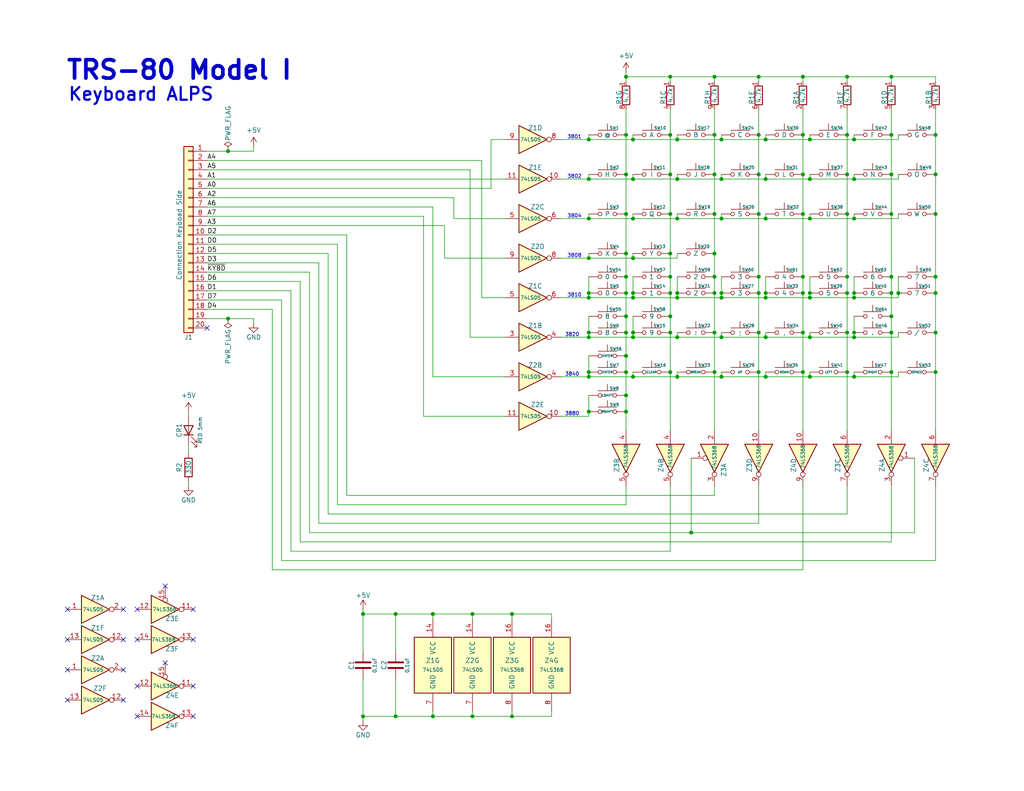
<source format=kicad_sch>
(kicad_sch (version 20230121) (generator eeschema)
  (paper "USLetter")
  (title_block (title "TRS-80 Model I Keyboard ALPS") (date "2024-01-21") (rev "E1B") (company "RetroStack - Marcel Erz") (comment 4 "Complete Keyboard"))
  (junction (at 219.075 36.83))
  (junction (at 196.85 38.1))
  (junction (at 182.88 80.01))
  (junction (at 160.655 38.1))
  (junction (at 220.98 59.69))
  (junction (at 196.85 102.87))
  (junction (at 182.88 101.6))
  (junction (at 255.27 80.01))
  (junction (at 243.205 101.6))
  (junction (at 231.14 20.955))
  (junction (at 231.14 101.6))
  (junction (at 188.595 145.415))
  (junction (at 172.72 59.69))
  (junction (at 194.945 47.625))
  (junction (at 184.785 38.1))
  (junction (at 170.815 58.42))
  (junction (at 207.01 80.01))
  (junction (at 170.815 20.955))
  (junction (at 233.045 48.895))
  (junction (at 231.14 58.42))
  (junction (at 231.14 47.625))
  (junction (at 219.075 101.6))
  (junction (at 243.205 75.565))
  (junction (at 255.27 90.805))
  (junction (at 255.27 47.625))
  (junction (at 99.06 195.58))
  (junction (at 99.06 167.64))
  (junction (at 172.72 81.28))
  (junction (at 170.815 75.565))
  (junction (at 128.905 195.58))
  (junction (at 118.11 167.64))
  (junction (at 233.045 38.1))
  (junction (at 62.23 86.995))
  (junction (at 219.075 80.01))
  (junction (at 194.945 101.6))
  (junction (at 208.915 92.075))
  (junction (at 160.655 70.485))
  (junction (at 196.85 59.69))
  (junction (at 255.27 36.83))
  (junction (at 172.72 90.805))
  (junction (at 184.785 92.075))
  (junction (at 160.655 92.075))
  (junction (at 172.72 70.485))
  (junction (at 243.205 86.36))
  (junction (at 220.98 80.01))
  (junction (at 184.785 59.69))
  (junction (at 160.655 80.01))
  (junction (at 208.915 48.895))
  (junction (at 62.23 41.275))
  (junction (at 194.945 20.955))
  (junction (at 170.815 69.215))
  (junction (at 139.7 167.64))
  (junction (at 194.945 80.01))
  (junction (at 233.045 102.87))
  (junction (at 243.205 36.83))
  (junction (at 172.72 92.075))
  (junction (at 196.85 48.895))
  (junction (at 184.785 81.28))
  (junction (at 207.01 101.6))
  (junction (at 170.815 112.395))
  (junction (at 182.88 47.625))
  (junction (at 207.01 20.955))
  (junction (at 208.915 81.28))
  (junction (at 233.045 80.01))
  (junction (at 182.88 90.805))
  (junction (at 231.14 36.83))
  (junction (at 196.85 81.28))
  (junction (at 194.945 69.215))
  (junction (at 182.88 86.36))
  (junction (at 184.785 102.87))
  (junction (at 107.95 195.58))
  (junction (at 118.11 195.58))
  (junction (at 255.27 101.6))
  (junction (at 160.655 102.87))
  (junction (at 220.98 48.895))
  (junction (at 172.72 80.01))
  (junction (at 182.88 36.83))
  (junction (at 208.915 38.1))
  (junction (at 255.27 75.565))
  (junction (at 208.915 80.01))
  (junction (at 208.915 59.69))
  (junction (at 160.655 112.395))
  (junction (at 207.01 47.625))
  (junction (at 170.815 97.155))
  (junction (at 243.205 90.805))
  (junction (at 243.205 47.625))
  (junction (at 160.655 81.28))
  (junction (at 196.85 80.01))
  (junction (at 219.075 58.42))
  (junction (at 219.075 90.805))
  (junction (at 172.72 48.895))
  (junction (at 220.98 81.28))
  (junction (at 243.205 20.955))
  (junction (at 128.905 167.64))
  (junction (at 245.11 80.01))
  (junction (at 139.7 195.58))
  (junction (at 220.98 38.1))
  (junction (at 170.815 107.95))
  (junction (at 170.815 36.83))
  (junction (at 219.075 47.625))
  (junction (at 107.95 167.64))
  (junction (at 170.815 90.805))
  (junction (at 182.88 58.42))
  (junction (at 170.815 101.6))
  (junction (at 170.815 47.625))
  (junction (at 207.01 75.565))
  (junction (at 160.655 101.6))
  (junction (at 207.01 36.83))
  (junction (at 182.88 69.215))
  (junction (at 255.27 58.42))
  (junction (at 172.72 102.87))
  (junction (at 194.945 75.565))
  (junction (at 170.815 80.01))
  (junction (at 160.655 59.69))
  (junction (at 220.98 92.075))
  (junction (at 243.205 80.01))
  (junction (at 233.045 59.69))
  (junction (at 208.915 102.87))
  (junction (at 207.01 90.805))
  (junction (at 160.655 48.895))
  (junction (at 182.88 75.565))
  (junction (at 233.045 81.28))
  (junction (at 194.945 58.42))
  (junction (at 172.72 38.1))
  (junction (at 170.815 86.36))
  (junction (at 233.045 92.075))
  (junction (at 233.045 90.805))
  (junction (at 160.655 90.805))
  (junction (at 220.98 102.87))
  (junction (at 231.14 75.565))
  (junction (at 184.785 80.01))
  (junction (at 243.205 58.42))
  (junction (at 207.01 58.42))
  (junction (at 219.075 20.955))
  (junction (at 231.14 80.01))
  (junction (at 231.14 90.805))
  (junction (at 194.945 36.83))
  (junction (at 196.85 92.075))
  (junction (at 184.785 48.895))
  (junction (at 219.075 75.565))
  (junction (at 182.88 20.955))
  (junction (at 194.945 90.805))
  (no_connect (at 52.705 195.58))
  (no_connect (at 56.515 89.535))
  (no_connect (at 45.085 180.975))
  (no_connect (at 33.655 166.37))
  (no_connect (at 37.465 195.58))
  (no_connect (at 18.415 174.625))
  (no_connect (at 52.705 187.325))
  (no_connect (at 52.705 174.625))
  (no_connect (at 52.705 166.37))
  (no_connect (at 33.655 174.625))
  (no_connect (at 33.655 191.135))
  (no_connect (at 18.415 191.135))
  (no_connect (at 18.415 166.37))
  (no_connect (at 37.465 174.625))
  (no_connect (at 18.415 182.88))
  (no_connect (at 45.085 160.02))
  (no_connect (at 33.655 182.88))
  (no_connect (at 37.465 187.325))
  (no_connect (at 37.465 166.37))
  (wire (pts (xy 56.515 56.515) (xy 118.11 56.515)))
  (wire (pts (xy 81.915 76.835) (xy 81.915 147.955)))
  (wire (pts (xy 243.205 101.6) (xy 243.205 117.475)))
  (wire (pts (xy 89.535 69.215) (xy 89.535 140.335)))
  (wire (pts (xy 219.075 101.6) (xy 219.075 117.475)))
  (wire (pts (xy 76.835 81.915) (xy 76.835 153.035)))
  (wire (pts (xy 160.655 47.625) (xy 160.655 48.895)))
  (wire (pts (xy 172.72 102.87) (xy 184.785 102.87)))
  (wire (pts (xy 243.205 132.715) (xy 243.205 147.955)))
  (wire (pts (xy 118.11 194.31) (xy 118.11 195.58)))
  (wire (pts (xy 86.995 142.875) (xy 207.01 142.875)))
  (wire (pts (xy 79.375 79.375) (xy 79.375 150.495)))
  (wire (pts (xy 219.075 22.225) (xy 219.075 20.955)))
  (wire (pts (xy 160.655 86.36) (xy 160.655 90.805)))
  (wire (pts (xy 231.14 47.625) (xy 231.14 58.42)))
  (wire (pts (xy 196.85 59.69) (xy 208.915 59.69)))
  (wire (pts (xy 196.85 92.075) (xy 208.915 92.075)))
  (wire (pts (xy 74.295 84.455) (xy 74.295 155.575)))
  (wire (pts (xy 184.785 102.87) (xy 196.85 102.87)))
  (wire (pts (xy 56.515 51.435) (xy 133.985 51.435)))
  (wire (pts (xy 220.98 75.565) (xy 220.98 80.01)))
  (wire (pts (xy 207.01 101.6) (xy 207.01 117.475)))
  (wire (pts (xy 170.815 132.715) (xy 170.815 137.795)))
  (wire (pts (xy 182.88 132.715) (xy 182.88 150.495)))
  (wire (pts (xy 118.11 167.64) (xy 107.95 167.64)))
  (wire (pts (xy 170.815 80.01) (xy 170.815 86.36)))
  (wire (pts (xy 194.945 101.6) (xy 194.945 117.475)))
  (wire (pts (xy 160.655 102.87) (xy 172.72 102.87)))
  (wire (pts (xy 76.835 153.035) (xy 255.27 153.035)))
  (wire (pts (xy 99.06 185.42) (xy 99.06 195.58)))
  (wire (pts (xy 160.655 112.395) (xy 160.655 107.95)))
  (wire (pts (xy 89.535 140.335) (xy 231.14 140.335)))
  (wire (pts (xy 207.01 58.42) (xy 207.01 75.565)))
  (wire (pts (xy 233.045 59.69) (xy 245.11 59.69)))
  (wire (pts (xy 194.945 58.42) (xy 194.945 69.215)))
  (wire (pts (xy 194.945 22.225) (xy 194.945 20.955)))
  (wire (pts (xy 207.01 90.805) (xy 207.01 101.6)))
  (wire (pts (xy 139.7 195.58) (xy 128.905 195.58)))
  (wire (pts (xy 231.14 29.845) (xy 231.14 36.83)))
  (wire (pts (xy 172.72 75.565) (xy 172.72 80.01)))
  (wire (pts (xy 196.85 90.805) (xy 196.85 92.075)))
  (wire (pts (xy 79.375 150.495) (xy 182.88 150.495)))
  (wire (pts (xy 207.01 20.955) (xy 219.075 20.955)))
  (wire (pts (xy 131.445 81.28) (xy 137.795 81.28)))
  (wire (pts (xy 196.85 47.625) (xy 196.85 48.895)))
  (wire (pts (xy 107.95 185.42) (xy 107.95 195.58)))
  (wire (pts (xy 160.655 81.28) (xy 172.72 81.28)))
  (wire (pts (xy 233.045 38.1) (xy 233.045 36.83)))
  (wire (pts (xy 139.7 167.64) (xy 139.7 168.91)))
  (wire (pts (xy 243.205 20.955) (xy 255.27 20.955)))
  (wire (pts (xy 123.825 53.975) (xy 123.825 59.69)))
  (wire (pts (xy 255.27 47.625) (xy 255.27 58.42)))
  (wire (pts (xy 243.205 47.625) (xy 243.205 58.42)))
  (wire (pts (xy 182.88 36.83) (xy 182.88 47.625)))
  (wire (pts (xy 233.045 58.42) (xy 233.045 59.69)))
  (wire (pts (xy 220.98 38.1) (xy 220.98 36.83)))
  (wire (pts (xy 182.88 47.625) (xy 182.88 58.42)))
  (wire (pts (xy 207.01 29.845) (xy 207.01 36.83)))
  (wire (pts (xy 160.655 69.215) (xy 160.655 70.485)))
  (wire (pts (xy 172.72 101.6) (xy 172.72 102.87)))
  (wire (pts (xy 231.14 101.6) (xy 231.14 117.475)))
  (wire (pts (xy 118.11 168.91) (xy 118.11 167.64)))
  (wire (pts (xy 255.27 36.83) (xy 255.27 47.625)))
  (wire (pts (xy 172.72 59.69) (xy 184.785 59.69)))
  (wire (pts (xy 118.11 56.515) (xy 118.11 102.87)))
  (wire (pts (xy 56.515 79.375) (xy 79.375 79.375)))
  (wire (pts (xy 170.815 69.215) (xy 170.815 75.565)))
  (wire (pts (xy 184.785 92.075) (xy 196.85 92.075)))
  (wire (pts (xy 243.205 29.845) (xy 243.205 36.83)))
  (wire (pts (xy 220.98 58.42) (xy 220.98 59.69)))
  (wire (pts (xy 170.815 90.805) (xy 170.815 97.155)))
  (wire (pts (xy 219.075 90.805) (xy 219.075 101.6)))
  (wire (pts (xy 128.27 46.355) (xy 128.27 92.075)))
  (wire (pts (xy 220.98 92.075) (xy 233.045 92.075)))
  (wire (pts (xy 233.045 92.075) (xy 245.11 92.075)))
  (wire (pts (xy 170.815 20.955) (xy 182.88 20.955)))
  (wire (pts (xy 172.72 81.28) (xy 184.785 81.28)))
  (wire (pts (xy 208.915 101.6) (xy 208.915 102.87)))
  (wire (pts (xy 115.57 113.665) (xy 137.795 113.665)))
  (wire (pts (xy 170.815 86.36) (xy 170.815 90.805)))
  (wire (pts (xy 184.785 36.83) (xy 184.785 38.1)))
  (wire (pts (xy 170.815 29.845) (xy 170.815 36.83)))
  (wire (pts (xy 56.515 53.975) (xy 123.825 53.975)))
  (wire (pts (xy 196.85 38.1) (xy 196.85 36.83)))
  (wire (pts (xy 128.905 167.64) (xy 128.905 168.91)))
  (wire (pts (xy 118.11 102.87) (xy 137.795 102.87)))
  (wire (pts (xy 184.785 80.01) (xy 184.785 81.28)))
  (wire (pts (xy 219.075 20.955) (xy 231.14 20.955)))
  (wire (pts (xy 184.785 101.6) (xy 184.785 102.87)))
  (wire (pts (xy 220.98 90.805) (xy 220.98 92.075)))
  (wire (pts (xy 56.515 46.355) (xy 128.27 46.355)))
  (wire (pts (xy 56.515 74.295) (xy 84.455 74.295)))
  (wire (pts (xy 208.915 38.1) (xy 220.98 38.1)))
  (wire (pts (xy 170.815 107.95) (xy 170.815 112.395)))
  (wire (pts (xy 243.205 58.42) (xy 243.205 75.565)))
  (wire (pts (xy 196.85 38.1) (xy 208.915 38.1)))
  (wire (pts (xy 170.815 97.155) (xy 170.815 101.6)))
  (wire (pts (xy 62.23 86.995) (xy 69.215 86.995)))
  (wire (pts (xy 231.14 36.83) (xy 231.14 47.625)))
  (wire (pts (xy 220.98 38.1) (xy 233.045 38.1)))
  (wire (pts (xy 255.27 101.6) (xy 255.27 117.475)))
  (wire (pts (xy 196.85 101.6) (xy 196.85 102.87)))
  (wire (pts (xy 233.045 75.565) (xy 233.045 80.01)))
  (wire (pts (xy 245.11 75.565) (xy 245.11 80.01)))
  (wire (pts (xy 172.72 80.01) (xy 172.72 81.28)))
  (wire (pts (xy 184.785 48.895) (xy 196.85 48.895)))
  (wire (pts (xy 219.075 29.845) (xy 219.075 36.83)))
  (wire (pts (xy 99.06 167.64) (xy 99.06 177.8)))
  (wire (pts (xy 207.01 80.01) (xy 207.01 90.805)))
  (wire (pts (xy 196.85 80.01) (xy 196.85 81.28)))
  (wire (pts (xy 133.985 38.1) (xy 137.795 38.1)))
  (wire (pts (xy 219.075 80.01) (xy 219.075 90.805)))
  (wire (pts (xy 243.205 90.805) (xy 243.205 101.6)))
  (wire (pts (xy 220.98 59.69) (xy 233.045 59.69)))
  (wire (pts (xy 92.075 66.675) (xy 92.075 137.795)))
  (wire (pts (xy 153.035 59.69) (xy 160.655 59.69)))
  (wire (pts (xy 231.14 80.01) (xy 231.14 90.805)))
  (wire (pts (xy 184.785 59.69) (xy 196.85 59.69)))
  (wire (pts (xy 92.075 137.795) (xy 170.815 137.795)))
  (wire (pts (xy 123.825 59.69) (xy 137.795 59.69)))
  (wire (pts (xy 172.72 38.1) (xy 184.785 38.1)))
  (wire (pts (xy 69.215 88.265) (xy 69.215 86.995)))
  (wire (pts (xy 62.23 41.275) (xy 69.215 41.275)))
  (wire (pts (xy 170.815 75.565) (xy 170.815 80.01)))
  (wire (pts (xy 245.11 59.69) (xy 245.11 58.42)))
  (wire (pts (xy 170.815 101.6) (xy 170.815 107.95)))
  (wire (pts (xy 231.14 140.335) (xy 231.14 132.715)))
  (wire (pts (xy 153.035 81.28) (xy 160.655 81.28)))
  (wire (pts (xy 99.06 166.37) (xy 99.06 167.64)))
  (wire (pts (xy 245.11 92.075) (xy 245.11 90.805)))
  (wire (pts (xy 56.515 76.835) (xy 81.915 76.835)))
  (wire (pts (xy 196.85 58.42) (xy 196.85 59.69)))
  (wire (pts (xy 208.915 81.28) (xy 220.98 81.28)))
  (wire (pts (xy 188.595 125.095) (xy 188.595 145.415)))
  (wire (pts (xy 220.98 48.895) (xy 233.045 48.895)))
  (wire (pts (xy 219.075 58.42) (xy 219.075 75.565)))
  (wire (pts (xy 194.945 36.83) (xy 194.945 47.625)))
  (wire (pts (xy 184.785 70.485) (xy 184.785 69.215)))
  (wire (pts (xy 56.515 59.055) (xy 115.57 59.055)))
  (wire (pts (xy 231.14 58.42) (xy 231.14 75.565)))
  (wire (pts (xy 160.655 38.1) (xy 172.72 38.1)))
  (wire (pts (xy 56.515 43.815) (xy 131.445 43.815)))
  (wire (pts (xy 170.815 19.685) (xy 170.815 20.955)))
  (wire (pts (xy 182.88 22.225) (xy 182.88 20.955)))
  (wire (pts (xy 160.655 80.01) (xy 160.655 81.28)))
  (wire (pts (xy 81.915 147.955) (xy 243.205 147.955)))
  (wire (pts (xy 153.035 70.485) (xy 160.655 70.485)))
  (wire (pts (xy 207.01 75.565) (xy 207.01 80.01)))
  (wire (pts (xy 207.01 47.625) (xy 207.01 58.42)))
  (wire (pts (xy 231.14 75.565) (xy 231.14 80.01)))
  (wire (pts (xy 208.915 48.895) (xy 220.98 48.895)))
  (wire (pts (xy 208.915 90.805) (xy 208.915 92.075)))
  (wire (pts (xy 86.995 71.755) (xy 86.995 142.875)))
  (wire (pts (xy 182.88 101.6) (xy 182.88 117.475)))
  (wire (pts (xy 194.945 90.805) (xy 194.945 101.6)))
  (wire (pts (xy 194.945 80.01) (xy 194.945 90.805)))
  (wire (pts (xy 255.27 58.42) (xy 255.27 75.565)))
  (wire (pts (xy 184.785 75.565) (xy 184.785 80.01)))
  (wire (pts (xy 233.045 102.87) (xy 245.11 102.87)))
  (wire (pts (xy 208.915 47.625) (xy 208.915 48.895)))
  (wire (pts (xy 56.515 64.135) (xy 94.615 64.135)))
  (wire (pts (xy 233.045 81.28) (xy 245.11 81.28)))
  (wire (pts (xy 170.815 112.395) (xy 170.815 117.475)))
  (wire (pts (xy 220.98 80.01) (xy 220.98 81.28)))
  (wire (pts (xy 128.905 167.64) (xy 118.11 167.64)))
  (wire (pts (xy 56.515 86.995) (xy 62.23 86.995)))
  (wire (pts (xy 172.72 92.075) (xy 184.785 92.075)))
  (wire (pts (xy 99.06 195.58) (xy 99.06 196.85)))
  (wire (pts (xy 243.205 75.565) (xy 243.205 80.01)))
  (wire (pts (xy 196.85 102.87) (xy 208.915 102.87)))
  (wire (pts (xy 160.655 38.1) (xy 160.655 36.83)))
  (wire (pts (xy 233.045 101.6) (xy 233.045 102.87)))
  (wire (pts (xy 182.88 75.565) (xy 182.88 80.01)))
  (wire (pts (xy 245.11 38.1) (xy 245.11 36.83)))
  (wire (pts (xy 182.88 86.36) (xy 182.88 90.805)))
  (wire (pts (xy 139.7 194.31) (xy 139.7 195.58)))
  (wire (pts (xy 182.88 29.845) (xy 182.88 36.83)))
  (wire (pts (xy 84.455 74.295) (xy 84.455 145.415)))
  (wire (pts (xy 160.655 58.42) (xy 160.655 59.69)))
  (wire (pts (xy 160.655 92.075) (xy 172.72 92.075)))
  (wire (pts (xy 182.88 90.805) (xy 182.88 101.6)))
  (wire (pts (xy 233.045 90.805) (xy 233.045 92.075)))
  (wire (pts (xy 208.915 80.01) (xy 208.915 81.28)))
  (wire (pts (xy 160.655 59.69) (xy 172.72 59.69)))
  (wire (pts (xy 233.045 47.625) (xy 233.045 48.895)))
  (wire (pts (xy 133.985 51.435) (xy 133.985 38.1)))
  (wire (pts (xy 160.655 90.805) (xy 160.655 92.075)))
  (wire (pts (xy 160.655 70.485) (xy 172.72 70.485)))
  (wire (pts (xy 56.515 41.275) (xy 62.23 41.275)))
  (wire (pts (xy 208.915 75.565) (xy 208.915 80.01)))
  (wire (pts (xy 208.915 92.075) (xy 220.98 92.075)))
  (wire (pts (xy 219.075 47.625) (xy 219.075 58.42)))
  (wire (pts (xy 233.045 80.01) (xy 233.045 81.28)))
  (wire (pts (xy 184.785 58.42) (xy 184.785 59.69)))
  (wire (pts (xy 194.945 20.955) (xy 207.01 20.955)))
  (wire (pts (xy 172.72 58.42) (xy 172.72 59.69)))
  (wire (pts (xy 196.85 48.895) (xy 208.915 48.895)))
  (wire (pts (xy 184.785 47.625) (xy 184.785 48.895)))
  (wire (pts (xy 219.075 36.83) (xy 219.075 47.625)))
  (wire (pts (xy 243.205 36.83) (xy 243.205 47.625)))
  (wire (pts (xy 208.915 102.87) (xy 220.98 102.87)))
  (wire (pts (xy 160.655 48.895) (xy 172.72 48.895)))
  (wire (pts (xy 160.655 75.565) (xy 160.655 80.01)))
  (wire (pts (xy 153.035 113.665) (xy 160.655 113.665)))
  (wire (pts (xy 255.27 80.01) (xy 255.27 90.805)))
  (wire (pts (xy 150.495 195.58) (xy 139.7 195.58)))
  (wire (pts (xy 170.815 36.83) (xy 170.815 47.625)))
  (wire (pts (xy 94.615 64.135) (xy 94.615 135.255)))
  (wire (pts (xy 56.515 69.215) (xy 89.535 69.215)))
  (wire (pts (xy 245.11 48.895) (xy 245.11 47.625)))
  (wire (pts (xy 170.815 47.625) (xy 170.815 58.42)))
  (wire (pts (xy 170.815 20.955) (xy 170.815 22.225)))
  (wire (pts (xy 172.72 70.485) (xy 184.785 70.485)))
  (wire (pts (xy 182.88 58.42) (xy 182.88 69.215)))
  (wire (pts (xy 56.515 71.755) (xy 86.995 71.755)))
  (wire (pts (xy 208.915 59.69) (xy 220.98 59.69)))
  (wire (pts (xy 255.27 22.225) (xy 255.27 20.955)))
  (wire (pts (xy 172.72 69.215) (xy 172.72 70.485)))
  (wire (pts (xy 184.785 90.805) (xy 184.785 92.075)))
  (wire (pts (xy 243.205 86.36) (xy 243.205 90.805)))
  (wire (pts (xy 115.57 59.055) (xy 115.57 113.665)))
  (wire (pts (xy 194.945 135.255) (xy 194.945 132.715)))
  (wire (pts (xy 160.655 97.155) (xy 160.655 101.6)))
  (wire (pts (xy 128.27 92.075) (xy 137.795 92.075)))
  (wire (pts (xy 231.14 20.955) (xy 243.205 20.955)))
  (wire (pts (xy 56.515 84.455) (xy 74.295 84.455)))
  (wire (pts (xy 150.495 194.31) (xy 150.495 195.58)))
  (wire (pts (xy 255.27 29.845) (xy 255.27 36.83)))
  (wire (pts (xy 255.27 90.805) (xy 255.27 101.6)))
  (wire (pts (xy 207.01 142.875) (xy 207.01 132.715)))
  (wire (pts (xy 172.72 47.625) (xy 172.72 48.895)))
  (wire (pts (xy 182.88 80.01) (xy 182.88 86.36)))
  (wire (pts (xy 184.785 38.1) (xy 196.85 38.1)))
  (wire (pts (xy 128.905 194.31) (xy 128.905 195.58)))
  (wire (pts (xy 121.285 70.485) (xy 137.795 70.485)))
  (wire (pts (xy 56.515 61.595) (xy 121.285 61.595)))
  (wire (pts (xy 150.495 168.91) (xy 150.495 167.64)))
  (wire (pts (xy 51.435 121.285) (xy 51.435 123.825)))
  (wire (pts (xy 184.785 81.28) (xy 196.85 81.28)))
  (wire (pts (xy 153.035 92.075) (xy 160.655 92.075)))
  (wire (pts (xy 245.11 102.87) (xy 245.11 101.6)))
  (wire (pts (xy 51.435 132.715) (xy 51.435 131.445)))
  (wire (pts (xy 243.205 80.01) (xy 243.205 86.36)))
  (wire (pts (xy 139.7 167.64) (xy 128.905 167.64)))
  (wire (pts (xy 243.205 22.225) (xy 243.205 20.955)))
  (wire (pts (xy 153.035 38.1) (xy 160.655 38.1)))
  (wire (pts (xy 255.27 153.035) (xy 255.27 132.715)))
  (wire (pts (xy 172.72 48.895) (xy 184.785 48.895)))
  (wire (pts (xy 182.88 20.955) (xy 194.945 20.955)))
  (wire (pts (xy 56.515 48.895) (xy 137.795 48.895)))
  (wire (pts (xy 219.075 75.565) (xy 219.075 80.01)))
  (wire (pts (xy 207.01 36.83) (xy 207.01 47.625)))
  (wire (pts (xy 220.98 102.87) (xy 233.045 102.87)))
  (wire (pts (xy 172.72 90.805) (xy 172.72 92.075)))
  (wire (pts (xy 208.915 58.42) (xy 208.915 59.69)))
  (wire (pts (xy 172.72 86.36) (xy 172.72 90.805)))
  (wire (pts (xy 160.655 101.6) (xy 160.655 102.87)))
  (wire (pts (xy 194.945 29.845) (xy 194.945 36.83)))
  (wire (pts (xy 220.98 101.6) (xy 220.98 102.87)))
  (wire (pts (xy 194.945 69.215) (xy 194.945 75.565)))
  (wire (pts (xy 182.88 69.215) (xy 182.88 75.565)))
  (wire (pts (xy 94.615 135.255) (xy 194.945 135.255)))
  (wire (pts (xy 74.295 155.575) (xy 219.075 155.575)))
  (wire (pts (xy 231.14 90.805) (xy 231.14 101.6)))
  (wire (pts (xy 69.215 41.275) (xy 69.215 40.005)))
  (wire (pts (xy 188.595 145.415) (xy 249.555 145.415)))
  (wire (pts (xy 107.95 167.64) (xy 107.95 177.8)))
  (wire (pts (xy 196.85 81.28) (xy 208.915 81.28)))
  (wire (pts (xy 51.435 112.395) (xy 51.435 113.665)))
  (wire (pts (xy 220.98 81.28) (xy 233.045 81.28)))
  (wire (pts (xy 207.01 22.225) (xy 207.01 20.955)))
  (wire (pts (xy 131.445 43.815) (xy 131.445 81.28)))
  (wire (pts (xy 194.945 47.625) (xy 194.945 58.42)))
  (wire (pts (xy 255.27 75.565) (xy 255.27 80.01)))
  (wire (pts (xy 56.515 81.915) (xy 76.835 81.915)))
  (wire (pts (xy 121.285 70.485) (xy 121.285 61.595)))
  (wire (pts (xy 233.045 86.36) (xy 233.045 90.805)))
  (wire (pts (xy 172.72 38.1) (xy 172.72 36.83)))
  (wire (pts (xy 128.905 195.58) (xy 118.11 195.58)))
  (wire (pts (xy 233.045 48.895) (xy 245.11 48.895)))
  (wire (pts (xy 139.7 167.64) (xy 150.495 167.64)))
  (wire (pts (xy 245.11 81.28) (xy 245.11 80.01)))
  (wire (pts (xy 107.95 167.64) (xy 99.06 167.64)))
  (wire (pts (xy 219.075 132.715) (xy 219.075 155.575)))
  (wire (pts (xy 160.655 112.395) (xy 160.655 113.665)))
  (wire (pts (xy 84.455 145.415) (xy 188.595 145.415)))
  (wire (pts (xy 196.85 75.565) (xy 196.85 80.01)))
  (wire (pts (xy 107.95 195.58) (xy 99.06 195.58)))
  (wire (pts (xy 153.035 102.87) (xy 160.655 102.87)))
  (wire (pts (xy 249.555 125.095) (xy 249.555 145.415)))
  (wire (pts (xy 118.11 195.58) (xy 107.95 195.58)))
  (wire (pts (xy 56.515 66.675) (xy 92.075 66.675)))
  (wire (pts (xy 170.815 58.42) (xy 170.815 69.215)))
  (wire (pts (xy 153.035 48.895) (xy 160.655 48.895)))
  (wire (pts (xy 220.98 47.625) (xy 220.98 48.895)))
  (wire (pts (xy 233.045 38.1) (xy 245.11 38.1)))
  (wire (pts (xy 208.915 38.1) (xy 208.915 36.83)))
  (wire (pts (xy 231.14 22.225) (xy 231.14 20.955)))
  (wire (pts (xy 194.945 75.565) (xy 194.945 80.01)))
  (text "3804" (at 158.75 59.69 0) (effects (font (size 1 1)) (justify right bottom)))
  (text "3880" (at 158.115 113.665 0) (effects (font (size 1 1)) (justify right bottom)))
  (text "TRS-80 Model I" (at 17.78 22.225 0) (effects (font (size 5 5) (thickness 1) bold) (justify left bottom)))
  (text "Keyboard ALPS" (at 18.415 27.94 0) (effects (font (size 3.5 3.5) (thickness 0.6) bold) (justify left bottom)))
  (text "3808" (at 158.75 70.485 0) (effects (font (size 1 1)) (justify right bottom)))
  (text "3810" (at 158.75 81.28 0) (effects (font (size 1 1)) (justify right bottom)))
  (text "3820" (at 158.115 92.075 0) (effects (font (size 1 1)) (justify right bottom)))
  (text "3802" (at 158.75 48.895 0) (effects (font (size 1 1)) (justify right bottom)))
  (text "3801" (at 158.75 38.1 0) (effects (font (size 1 1)) (justify right bottom)))
  (text "3840" (at 158.115 102.87 0) (effects (font (size 1 1)) (justify right bottom)))
  (label "D4" (at 56.515 84.455 0))
  (label "D1" (at 56.515 79.375 0))
  (label "A7" (at 56.515 59.055 0))
  (label "A6" (at 56.515 56.515 0))
  (label "D2" (at 56.515 64.135 0))
  (label "A1" (at 56.515 48.895 0))
  (label "D7" (at 56.515 81.915 0))
  (label "D6" (at 56.515 76.835 0))
  (label "D3" (at 56.515 71.755 0))
  (label "D5" (at 56.515 69.215 0))
  (label "D0" (at 56.515 66.675 0))
  (label "A2" (at 56.515 53.975 0))
  (label "~{KYBD}" (at 56.515 74.295 0))
  (label "A3" (at 56.515 61.595 0))
  (label "A5" (at 56.515 46.355 0))
  (label "A4" (at 56.515 43.815 0))
  (label "A0" (at 56.515 51.435 0))
  (symbol (lib_id "power:+5V") (at 51.435 112.395 0) (unit 1)
    (property "Reference" "#PWR05" (effects hide))
    (property "Value" "+5V" (at 51.435 107.95 0))
  )
  (symbol (lib_id "Device:R_Network08_Split") (at 219.075 26.035 0) (unit 1)
    (property "Reference" "R1" (at 217.17 28.575 90) (effects (justify left)))
    (property "Value" "4.7k" (at 219.075 26.035 90))
    (property "Footprint" "Resistor_THT:R_Array_SIP9" (effects hide))
    (property "Datasheet" "http://www.vishay.com/docs/31509/csc.pdf" (effects hide))
  )
  (symbol (lib_id "Device:C") (at 99.06 181.61 0) (unit 1)
    (property "Reference" "C1" (at 95.885 181.61 90))
    (property "Value" "0.1uF" (at 102.235 181.61 90) (effects (font (size 1 1))))
    (property "Footprint" "RetroStackLibrary:TRS80_Model_I_C_Disc_9.5L_4W_6P_Small" (effects hide))
  )
  (symbol (lib_id "74xx:74LS05") (at 26.035 191.135 0) (unit 6)
    (property "Reference" "Z2" (at 27.305 187.96 0))
    (property "Value" "74LS05" (at 25.4 191.135 0) (effects (font (size 1 1))))
    (property "Footprint" "RetroStackLibrary:TRS80_Model_I_DIP14" (effects hide))
    (property "Datasheet" "http://www.ti.com/lit/gpn/sn74LS05" (effects hide))
  )
  (symbol (lib_id "Switch:SW_Push") (at 165.735 36.83 0) (mirror y) (unit 1)
    (property "Reference" "SW1" (at 168.91 34.925 0) (effects (font (size 0.8 0.8)) (justify left)))
    (property "Value" "@" (at 165.735 36.83 0))
    (property "Footprint" "Button_Switch_Keyboard:SW_Matias_1.00u" (effects hide))
  )
  (symbol (lib_id "Switch:SW_Push") (at 165.735 112.395 0) (unit 1)
    (property "Reference" "SW9" (at 166.37 110.49 0) (effects (font (size 0.8 0.8)) (justify left)))
    (property "Value" "RSHIFT" (at 165.735 112.395 0) (effects (font (size 0.6 0.6))))
    (property "Footprint" "Button_Switch_Keyboard:SW_Matias_1.00u" (effects hide))
  )
  (symbol (lib_id "74xx:74LS05") (at 145.415 102.87 0) (unit 2)
    (property "Reference" "Z2" (at 146.05 99.695 0))
    (property "Value" "74LS05" (at 144.78 102.87 0) (effects (font (size 1 1))))
    (property "Footprint" "RetroStackLibrary:TRS80_Model_I_DIP14" (effects hide))
    (property "Datasheet" "http://www.ti.com/lit/gpn/sn74LS05" (effects hide))
  )
  (symbol (lib_id "power:+5V") (at 170.815 19.685 0) (unit 1)
    (property "Reference" "#PWR09" (effects hide))
    (property "Value" "+5V" (at 170.815 15.24 0))
  )
  (symbol (lib_id "Switch:SW_Push") (at 201.93 80.01 0) (mirror y) (unit 1)
    (property "Reference" "SW27" (at 205.74 78.105 0) (effects (font (size 0.8 0.8)) (justify left)))
    (property "Value" "3" (at 201.93 80.01 0))
    (property "Footprint" "Button_Switch_Keyboard:SW_Matias_1.00u" (effects hide))
  )
  (symbol (lib_id "Device:R_Network08_Split") (at 194.945 26.035 0) (unit 8)
    (property "Reference" "R1" (at 193.04 28.575 90) (effects (justify left)))
    (property "Value" "4.7k" (at 194.945 26.035 90))
    (property "Footprint" "Resistor_THT:R_Array_SIP9" (effects hide))
    (property "Datasheet" "http://www.vishay.com/docs/31509/csc.pdf" (effects hide))
  )
  (symbol (lib_id "Connector_Generic:Conn_01x20") (at 51.435 64.135 0) (mirror y) (unit 1)
    (property "Reference" "J1" (at 51.435 92.075 0))
    (property "Value" "Connection Keyboad Side" (at 48.895 64.135 90))
    (property "Footprint" "Connector_PinHeader_2.54mm:PinHeader_1x20_P2.54mm_Vertical" (effects hide))
  )
  (symbol (lib_id "Switch:SW_Push") (at 189.865 80.01 0) (unit 1)
    (property "Reference" "SW21" (at 190.5 78.105 0) (effects (font (size 0.8 0.8)) (justify left)))
    (property "Value" "2" (at 189.865 80.01 0))
    (property "Footprint" "Button_Switch_Keyboard:SW_Matias_1.00u" (effects hide))
  )
  (symbol (lib_id "Switch:SW_Push") (at 165.735 90.805 0) (unit 1)
    (property "Reference" "SW6" (at 166.37 88.9 0) (effects (font (size 0.8 0.8)) (justify left)))
    (property "Value" "8" (at 165.735 90.805 0))
    (property "Footprint" "Button_Switch_Keyboard:SW_Matias_1.00u" (effects hide))
  )
  (symbol (lib_id "Switch:SW_Push") (at 201.93 90.805 0) (unit 1)
    (property "Reference" "SW28" (at 202.565 88.9 0) (effects (font (size 0.8 0.8)) (justify left)))
    (property "Value" ";" (at 201.93 90.805 0))
    (property "Footprint" "Button_Switch_Keyboard:SW_Matias_1.00u" (effects hide))
  )
  (symbol (lib_id "Switch:SW_Push") (at 177.8 47.625 0) (mirror y) (unit 1)
    (property "Reference" "SW11" (at 181.61 45.72 0) (effects (font (size 0.8 0.8)) (justify left)))
    (property "Value" "I" (at 177.8 47.625 0))
    (property "Footprint" "Button_Switch_Keyboard:SW_Matias_1.00u" (effects hide))
  )
  (symbol (lib_id "Device:R_Network08_Split") (at 231.14 26.035 0) (unit 6)
    (property "Reference" "R1" (at 229.235 28.575 90) (effects (justify left)))
    (property "Value" "4.7k" (at 231.14 26.035 90))
    (property "Footprint" "Resistor_THT:R_Array_SIP9" (effects hide))
    (property "Datasheet" "http://www.vishay.com/docs/31509/csc.pdf" (effects hide))
  )
  (symbol (lib_id "Device:R_Network08_Split") (at 243.205 26.035 0) (unit 4)
    (property "Reference" "R1" (at 241.3 28.575 90) (effects (justify left)))
    (property "Value" "4.7k" (at 243.205 26.035 90))
    (property "Footprint" "Resistor_THT:R_Array_SIP9" (effects hide))
    (property "Datasheet" "http://www.vishay.com/docs/31509/csc.pdf" (effects hide))
  )
  (symbol (lib_id "RetroStackLibrary:74LS368_Split") (at 44.45 180.975 0) (unit 5)
    (property "Reference" "Z4" (at 48.895 189.865 0) (effects (justify right)))
    (property "Value" "74LS368" (at 48.26 187.325 0) (effects (font (size 1 1)) (justify right)))
    (property "Footprint" "RetroStackLibrary:TRS80_Model_I_DIP16" (effects hide))
    (property "Datasheet" "https://www.ti.com/lit/ds/symlink/sn74ls367a.pdf" (effects hide))
  )
  (symbol (lib_id "74xx:74LS05") (at 145.415 59.69 0) (unit 3)
    (property "Reference" "Z2" (at 146.685 56.515 0))
    (property "Value" "74LS05" (at 144.78 59.69 0) (effects (font (size 1 1))))
    (property "Footprint" "RetroStackLibrary:TRS80_Model_I_DIP14" (effects hide))
    (property "Datasheet" "http://www.ti.com/lit/gpn/sn74LS05" (effects hide))
  )
  (symbol (lib_id "Switch:SW_Push") (at 226.06 80.01 0) (mirror y) (unit 1)
    (property "Reference" "SW39" (at 229.87 78.105 0) (effects (font (size 0.8 0.8)) (justify left)))
    (property "Value" "5" (at 226.06 80.01 0))
    (property "Footprint" "Button_Switch_Keyboard:SW_Matias_1.00u" (effects hide))
  )
  (symbol (lib_id "Switch:SW_Push") (at 238.125 86.36 0) (unit 1)
    (property "Reference" "SW64" (at 238.76 84.455 0) (effects (font (size 0.8 0.8)) (justify left)))
    (property "Value" "." (at 238.125 86.36 0))
    (property "Footprint" "Button_Switch_Keyboard:SW_Matias_1.00u" (effects hide))
  )
  (symbol (lib_id "Switch:SW_Push") (at 213.995 47.625 0) (mirror y) (unit 1)
    (property "Reference" "SW31" (at 217.805 45.72 0) (effects (font (size 0.8 0.8)) (justify left)))
    (property "Value" "L" (at 213.995 47.625 0))
    (property "Footprint" "Button_Switch_Keyboard:SW_Matias_1.00u" (effects hide))
  )
  (symbol (lib_id "Switch:SW_Push") (at 201.93 101.6 0) (unit 1)
    (property "Reference" "SW29" (at 202.565 99.695 0) (effects (font (size 0.8 0.8)) (justify left)))
    (property "Value" "UP" (at 201.93 101.6 0) (effects (font (size 0.6 0.6))))
    (property "Footprint" "Button_Switch_Keyboard:SW_Matias_1.00u" (effects hide))
  )
  (symbol (lib_id "power:GND") (at 51.435 132.715 0) (unit 1)
    (property "Reference" "#PWR06" (effects hide))
    (property "Value" "GND" (at 51.435 136.525 0))
  )
  (symbol (lib_id "Switch:SW_Push") (at 189.865 101.6 0) (unit 1)
    (property "Reference" "SW23" (at 190.5 99.695 0) (effects (font (size 0.8 0.8)) (justify left)))
    (property "Value" "BREAK" (at 189.865 101.6 0) (effects (font (size 0.6 0.6))))
    (property "Footprint" "Button_Switch_Keyboard:SW_Matias_1.00u" (effects hide))
  )
  (symbol (lib_id "Switch:SW_Push") (at 238.125 36.83 0) (unit 1)
    (property "Reference" "SW42" (at 238.76 34.925 0) (effects (font (size 0.8 0.8)) (justify left)))
    (property "Value" "F" (at 238.125 36.83 0))
    (property "Footprint" "Button_Switch_Keyboard:SW_Matias_1.00u" (effects hide))
  )
  (symbol (lib_id "Device:R_Network08_Split") (at 170.815 26.035 0) (unit 7)
    (property "Reference" "R1" (at 168.91 28.575 90) (effects (justify left)))
    (property "Value" "4.7k" (at 170.815 26.035 90))
    (property "Footprint" "Resistor_THT:R_Array_SIP9" (effects hide))
    (property "Datasheet" "http://www.vishay.com/docs/31509/csc.pdf" (effects hide))
  )
  (symbol (lib_id "Switch:SW_Push") (at 226.06 101.6 0) (unit 1)
    (property "Reference" "SW41" (at 226.695 99.695 0) (effects (font (size 0.8 0.8)) (justify left)))
    (property "Value" "LEFT" (at 226.06 101.6 0) (effects (font (size 0.6 0.6))))
    (property "Footprint" "Button_Switch_Keyboard:SW_Matias_1.00u" (effects hide))
  )
  (symbol (lib_id "Switch:SW_Push") (at 177.8 80.01 0) (mirror y) (unit 1)
    (property "Reference" "SW14" (at 181.61 78.105 0) (effects (font (size 0.8 0.8)) (justify left)))
    (property "Value" "1" (at 177.8 80.01 0))
    (property "Footprint" "Button_Switch_Keyboard:SW_Matias_1.00u" (effects hide))
  )
  (symbol (lib_id "Switch:SW_Push") (at 165.735 101.6 0) (mirror y) (unit 1)
    (property "Reference" "SW7" (at 168.91 99.695 0) (effects (font (size 0.8 0.8)) (justify left)))
    (property "Value" "ENTER" (at 165.735 101.6 0) (effects (font (size 0.6 0.6))))
    (property "Footprint" "Button_Switch_Keyboard:SW_Matias_1.00u" (effects hide))
  )
  (symbol (lib_id "power:GND") (at 69.215 88.265 0) (unit 1)
    (property "Reference" "#PWR08" (effects hide))
    (property "Value" "GND" (at 69.215 92.075 0))
  )
  (symbol (lib_id "74xx:74LS05") (at 145.415 81.28 0) (unit 3)
    (property "Reference" "Z1" (at 146.05 78.105 0))
    (property "Value" "74LS05" (at 144.78 81.28 0) (effects (font (size 1 1))))
    (property "Footprint" "RetroStackLibrary:TRS80_Model_I_DIP14" (effects hide))
    (property "Datasheet" "http://www.ti.com/lit/gpn/sn74LS05" (effects hide))
  )
  (symbol (lib_id "power:+5V") (at 69.215 40.005 0) (unit 1)
    (property "Reference" "#PWR07" (effects hide))
    (property "Value" "+5V" (at 69.215 35.56 0))
  )
  (symbol (lib_id "Switch:SW_Push") (at 213.995 36.83 0) (unit 1)
    (property "Reference" "SW30" (at 214.63 34.925 0) (effects (font (size 0.8 0.8)) (justify left)))
    (property "Value" "D" (at 213.995 36.83 0))
    (property "Footprint" "Button_Switch_Keyboard:SW_Matias_1.00u" (effects hide))
  )
  (symbol (lib_id "Switch:SW_Push") (at 213.995 75.565 0) (mirror y) (unit 1)
    (property "Reference" "SW61" (at 217.805 73.66 0) (effects (font (size 0.8 0.8)) (justify left)))
    (property "Value" "4" (at 213.995 75.565 0))
    (property "Footprint" "Button_Switch_Keyboard:SW_Matias_1.00u" (effects hide))
  )
  (symbol (lib_id "Switch:SW_Push") (at 165.735 58.42 0) (mirror y) (unit 1)
    (property "Reference" "SW3" (at 168.91 56.515 0) (effects (font (size 0.8 0.8)) (justify left)))
    (property "Value" "P" (at 165.735 58.42 0))
    (property "Footprint" "Button_Switch_Keyboard:SW_Matias_1.00u" (effects hide))
  )
  (symbol (lib_id "power:PWR_FLAG") (at 62.23 41.275 0) (unit 1)
    (property "Reference" "#FLG01" (effects hide))
    (property "Value" "PWR_FLAG" (at 62.23 33.655 90))
  )
  (symbol (lib_id "Switch:SW_Push") (at 177.8 36.83 0) (unit 1)
    (property "Reference" "SW10" (at 178.435 34.925 0) (effects (font (size 0.8 0.8)) (justify left)))
    (property "Value" "A" (at 177.8 36.83 0))
    (property "Footprint" "Button_Switch_Keyboard:SW_Matias_1.00u" (effects hide))
  )
  (symbol (lib_id "Switch:SW_Push") (at 250.19 80.01 0) (mirror y) (unit 1)
    (property "Reference" "SW51" (at 254 78.105 0) (effects (font (size 0.8 0.8)) (justify left)))
    (property "Value" "7" (at 250.19 80.01 0))
    (property "Footprint" "Button_Switch_Keyboard:SW_Matias_1.00u" (effects hide))
  )
  (symbol (lib_id "Switch:SW_Push") (at 238.125 101.6 0) (mirror y) (unit 1)
    (property "Reference" "SW47" (at 241.935 99.695 0) (effects (font (size 0.8 0.8)) (justify left)))
    (property "Value" "RIGHT" (at 238.125 101.6 0) (effects (font (size 0.6 0.6))))
    (property "Footprint" "Button_Switch_Keyboard:SW_Matias_1.00u" (effects hide))
  )
  (symbol (lib_id "Switch:SW_Push") (at 226.06 75.565 0) (mirror y) (unit 1)
    (property "Reference" "SW62" (at 229.87 73.66 0) (effects (font (size 0.8 0.8)) (justify left)))
    (property "Value" "5" (at 226.06 75.565 0))
    (property "Footprint" "Button_Switch_Keyboard:SW_Matias_1.00u" (effects hide))
  )
  (symbol (lib_id "Switch:SW_Push") (at 250.19 58.42 0) (mirror y) (unit 1)
    (property "Reference" "SW50" (at 254 56.515 0) (effects (font (size 0.8 0.8)) (justify left)))
    (property "Value" "W" (at 250.19 58.42 0))
    (property "Footprint" "Button_Switch_Keyboard:SW_Matias_1.00u" (effects hide))
  )
  (symbol (lib_id "Device:C") (at 107.95 181.61 0) (unit 1)
    (property "Reference" "C2" (at 104.775 181.61 90))
    (property "Value" "0.1uF" (at 111.125 181.61 90) (effects (font (size 1 1))))
    (property "Footprint" "RetroStackLibrary:TRS80_Model_I_C_Disc_9.5L_4W_6P_Small" (effects hide))
  )
  (symbol (lib_id "power:PWR_FLAG") (at 62.23 86.995 180) (unit 1)
    (property "Reference" "#FLG02" (effects hide))
    (property "Value" "PWR_FLAG" (at 62.23 94.615 90))
  )
  (symbol (lib_id "74xx:74LS05") (at 128.905 181.61 0) (unit 7)
    (property "Reference" "Z2" (at 128.905 180.34 0))
    (property "Value" "74LS05" (at 128.905 182.88 0) (effects (font (size 1 1))))
    (property "Footprint" "RetroStackLibrary:TRS80_Model_I_DIP14" (effects hide))
    (property "Datasheet" "http://www.ti.com/lit/gpn/sn74LS05" (effects hide))
  )
  (symbol (lib_id "Switch:SW_Push") (at 177.8 86.36 0) (mirror y) (unit 1)
    (property "Reference" "SW58" (at 181.61 84.455 0) (effects (font (size 0.8 0.8)) (justify left)))
    (property "Value" "9" (at 177.8 86.36 0))
    (property "Footprint" "Button_Switch_Keyboard:SW_Matias_1.00u" (effects hide))
  )
  (symbol (lib_id "Device:R_Network08_Split") (at 255.27 26.035 0) (unit 2)
    (property "Reference" "R1" (at 253.365 28.575 90) (effects (justify left)))
    (property "Value" "4.7k" (at 255.27 26.035 90))
    (property "Footprint" "Resistor_THT:R_Array_SIP9" (effects hide))
    (property "Datasheet" "http://www.vishay.com/docs/31509/csc.pdf" (effects hide))
  )
  (symbol (lib_id "Device:R_Network08_Split") (at 207.01 26.035 0) (unit 5)
    (property "Reference" "R1" (at 205.105 28.575 90) (effects (justify left)))
    (property "Value" "4.7k" (at 207.01 26.035 90))
    (property "Footprint" "Resistor_THT:R_Array_SIP9" (effects hide))
    (property "Datasheet" "http://www.vishay.com/docs/31509/csc.pdf" (effects hide))
  )
  (symbol (lib_id "RetroStackLibrary:74LS368_Split") (at 219.075 125.095 270) (unit 4)
    (property "Reference" "Z4" (at 216.535 125.095 0) (effects (justify left)))
    (property "Value" "74LS368" (at 219.075 121.285 0) (effects (font (size 1 1)) (justify left)))
    (property "Footprint" "RetroStackLibrary:TRS80_Model_I_DIP16" (effects hide))
    (property "Datasheet" "https://www.ti.com/lit/ds/symlink/sn74ls367a.pdf" (effects hide))
  )
  (symbol (lib_id "Switch:SW_Push") (at 226.06 47.625 0) (unit 1)
    (property "Reference" "SW37" (at 226.695 45.72 0) (effects (font (size 0.8 0.8)) (justify left)))
    (property "Value" "M" (at 226.06 47.625 0))
    (property "Footprint" "Button_Switch_Keyboard:SW_Matias_1.00u" (effects hide))
  )
  (symbol (lib_id "Switch:SW_Push") (at 238.125 90.805 0) (unit 1)
    (property "Reference" "SW46" (at 238.76 88.9 0) (effects (font (size 0.8 0.8)) (justify left)))
    (property "Value" "." (at 238.125 90.805 0))
    (property "Footprint" "Button_Switch_Keyboard:SW_Matias_1.00u" (effects hide))
  )
  (symbol (lib_id "Switch:SW_Push") (at 177.8 58.42 0) (mirror y) (unit 1)
    (property "Reference" "SW12" (at 181.61 56.515 0) (effects (font (size 0.8 0.8)) (justify left)))
    (property "Value" "Q" (at 177.8 58.42 0))
    (property "Footprint" "Button_Switch_Keyboard:SW_Matias_1.00u" (effects hide))
  )
  (symbol (lib_id "Device:LED") (at 51.435 117.475 90) (unit 1)
    (property "Reference" "CR1" (at 48.895 117.475 0))
    (property "Value" "RED 5mm" (at 54.61 117.475 0) (effects (font (size 1 1))))
    (property "Footprint" "LED_THT:LED_D5.0mm" (effects hide))
  )
  (symbol (lib_id "Device:R_Network08_Split") (at 182.88 26.035 0) (unit 3)
    (property "Reference" "R1" (at 180.975 28.575 90) (effects (justify left)))
    (property "Value" "4.7k" (at 182.88 26.035 90))
    (property "Footprint" "Resistor_THT:R_Array_SIP9" (effects hide))
    (property "Datasheet" "http://www.vishay.com/docs/31509/csc.pdf" (effects hide))
  )
  (symbol (lib_id "Switch:SW_Push") (at 213.995 58.42 0) (unit 1)
    (property "Reference" "SW32" (at 214.63 56.515 0) (effects (font (size 0.8 0.8)) (justify left)))
    (property "Value" "T" (at 213.995 58.42 0))
    (property "Footprint" "Button_Switch_Keyboard:SW_Matias_1.00u" (effects hide))
  )
  (symbol (lib_id "Switch:SW_Push") (at 165.735 86.36 0) (mirror y) (unit 1)
    (property "Reference" "SW55" (at 169.545 84.455 0) (effects (font (size 0.8 0.8)) (justify left)))
    (property "Value" "8" (at 165.735 86.36 0))
    (property "Footprint" "Button_Switch_Keyboard:SW_Matias_1.00u" (effects hide))
  )
  (symbol (lib_id "Switch:SW_Push") (at 189.865 69.215 0) (mirror y) (unit 1)
    (property "Reference" "SW20" (at 193.675 67.31 0) (effects (font (size 0.8 0.8)) (justify left)))
    (property "Value" "Z" (at 189.865 69.215 0))
    (property "Footprint" "Button_Switch_Keyboard:SW_Matias_1.00u" (effects hide))
  )
  (symbol (lib_id "Switch:SW_Push") (at 250.19 90.805 0) (mirror y) (unit 1)
    (property "Reference" "SW52" (at 254 88.9 0) (effects (font (size 0.8 0.8)) (justify left)))
    (property "Value" "/" (at 250.19 90.805 0))
    (property "Footprint" "Button_Switch_Keyboard:SW_Matias_1.00u" (effects hide))
  )
  (symbol (lib_id "power:GND") (at 99.06 196.85 0) (unit 1)
    (property "Reference" "#PWR04" (effects hide))
    (property "Value" "GND" (at 99.06 200.66 0))
  )
  (symbol (lib_id "RetroStackLibrary:74LS368_Split") (at 255.27 125.095 270) (unit 3)
    (property "Reference" "Z4" (at 252.73 125.095 0) (effects (justify left)))
    (property "Value" "74LS368" (at 255.27 121.285 0) (effects (font (size 1 1)) (justify left)))
    (property "Footprint" "RetroStackLibrary:TRS80_Model_I_DIP16" (effects hide))
    (property "Datasheet" "https://www.ti.com/lit/ds/symlink/sn74ls367a.pdf" (effects hide))
  )
  (symbol (lib_id "Switch:SW_Push") (at 238.125 80.01 0) (mirror y) (unit 1)
    (property "Reference" "SW45" (at 241.935 78.105 0) (effects (font (size 0.8 0.8)) (justify left)))
    (property "Value" "6" (at 238.125 80.01 0))
    (property "Footprint" "Button_Switch_Keyboard:SW_Matias_1.00u" (effects hide))
  )
  (symbol (lib_id "74xx:74LS05") (at 26.035 182.88 0) (unit 1)
    (property "Reference" "Z2" (at 26.67 179.705 0))
    (property "Value" "74LS05" (at 25.4 182.88 0) (effects (font (size 1 1))))
    (property "Footprint" "RetroStackLibrary:TRS80_Model_I_DIP14" (effects hide))
    (property "Datasheet" "http://www.ti.com/lit/gpn/sn74LS05" (effects hide))
  )
  (symbol (lib_id "RetroStackLibrary:74LS368_Split") (at 150.495 170.815 0) (unit 7)
    (property "Reference" "Z4" (at 150.495 180.34 0))
    (property "Value" "74LS368" (at 150.495 182.88 0) (effects (font (size 1 1))))
    (property "Footprint" "RetroStackLibrary:TRS80_Model_I_DIP16" (effects hide))
    (property "Datasheet" "https://www.ti.com/lit/ds/symlink/sn74ls367a.pdf" (effects hide))
  )
  (symbol (lib_id "Switch:SW_Push") (at 238.125 47.625 0) (unit 1)
    (property "Reference" "SW43" (at 238.76 45.72 0) (effects (font (size 0.8 0.8)) (justify left)))
    (property "Value" "N" (at 238.125 47.625 0))
    (property "Footprint" "Button_Switch_Keyboard:SW_Matias_1.00u" (effects hide))
  )
  (symbol (lib_id "74xx:74LS05") (at 145.415 92.075 0) (unit 2)
    (property "Reference" "Z1" (at 146.05 88.9 0))
    (property "Value" "74LS05" (at 144.78 92.075 0) (effects (font (size 1 1))))
    (property "Footprint" "RetroStackLibrary:TRS80_Model_I_DIP14" (effects hide))
    (property "Datasheet" "http://www.ti.com/lit/gpn/sn74LS05" (effects hide))
  )
  (symbol (lib_id "Switch:SW_Push") (at 189.865 36.83 0) (mirror y) (unit 1)
    (property "Reference" "SW17" (at 193.675 34.925 0) (effects (font (size 0.8 0.8)) (justify left)))
    (property "Value" "B" (at 189.865 36.83 0))
    (property "Footprint" "Button_Switch_Keyboard:SW_Matias_1.00u" (effects hide))
  )
  (symbol (lib_id "Switch:SW_Push") (at 213.995 101.6 0) (mirror y) (unit 1)
    (property "Reference" "SW35" (at 217.805 99.695 0) (effects (font (size 0.8 0.8)) (justify left)))
    (property "Value" "DOWN" (at 213.995 101.6 0) (effects (font (size 0.6 0.6))))
    (property "Footprint" "Button_Switch_Keyboard:SW_Matias_1.00u" (effects hide))
  )
  (symbol (lib_id "Switch:SW_Push") (at 177.8 90.805 0) (mirror y) (unit 1)
    (property "Reference" "SW15" (at 181.61 88.9 0) (effects (font (size 0.8 0.8)) (justify left)))
    (property "Value" "9" (at 177.8 90.805 0))
    (property "Footprint" "Button_Switch_Keyboard:SW_Matias_1.00u" (effects hide))
  )
  (symbol (lib_id "Switch:SW_Push") (at 226.06 36.83 0) (unit 1)
    (property "Reference" "SW36" (at 226.695 34.925 0) (effects (font (size 0.8 0.8)) (justify left)))
    (property "Value" "E" (at 226.06 36.83 0))
    (property "Footprint" "Button_Switch_Keyboard:SW_Matias_1.00u" (effects hide))
  )
  (symbol (lib_id "Switch:SW_Push") (at 213.995 90.805 0) (unit 1)
    (property "Reference" "SW34" (at 214.63 88.9 0) (effects (font (size 0.8 0.8)) (justify left)))
    (property "Value" "," (at 213.995 90.805 0))
    (property "Footprint" "Button_Switch_Keyboard:SW_Matias_1.00u" (effects hide))
  )
  (symbol (lib_id "RetroStackLibrary:74LS368_Split") (at 170.815 125.095 270) (unit 2)
    (property "Reference" "Z3" (at 168.275 125.095 0) (effects (justify left)))
    (property "Value" "74LS368" (at 170.815 121.285 0) (effects (font (size 1 1)) (justify left)))
    (property "Footprint" "RetroStackLibrary:TRS80_Model_I_DIP16" (effects hide))
    (property "Datasheet" "https://www.ti.com/lit/ds/symlink/sn74ls367a.pdf" (effects hide))
  )
  (symbol (lib_id "RetroStackLibrary:74LS368_Split") (at 45.085 195.58 0) (unit 6)
    (property "Reference" "Z4" (at 45.085 198.12 0) (effects (justify left)))
    (property "Value" "74LS368" (at 41.275 195.58 0) (effects (font (size 1 1)) (justify left)))
    (property "Footprint" "RetroStackLibrary:TRS80_Model_I_DIP16" (effects hide))
    (property "Datasheet" "https://www.ti.com/lit/ds/symlink/sn74ls367a.pdf" (effects hide))
  )
  (symbol (lib_id "Switch:SW_Push") (at 226.06 90.805 0) (mirror y) (unit 1)
    (property "Reference" "SW40" (at 229.87 88.9 0) (effects (font (size 0.8 0.8)) (justify left)))
    (property "Value" "-" (at 226.06 90.805 0))
    (property "Footprint" "Button_Switch_Keyboard:SW_Matias_1.00u" (effects hide))
  )
  (symbol (lib_id "RetroStackLibrary:74LS368_Split") (at 231.14 125.095 270) (unit 3)
    (property "Reference" "Z3" (at 228.6 125.095 0) (effects (justify left)))
    (property "Value" "74LS368" (at 231.14 121.285 0) (effects (font (size 1 1)) (justify left)))
    (property "Footprint" "RetroStackLibrary:TRS80_Model_I_DIP16" (effects hide))
    (property "Datasheet" "https://www.ti.com/lit/ds/symlink/sn74ls367a.pdf" (effects hide))
  )
  (symbol (lib_id "Switch:SW_Push") (at 165.735 75.565 0) (mirror y) (unit 1)
    (property "Reference" "SW54" (at 169.545 73.66 0) (effects (font (size 0.8 0.8)) (justify left)))
    (property "Value" "0" (at 165.735 75.565 0))
    (property "Footprint" "Button_Switch_Keyboard:SW_Matias_1.00u" (effects hide))
  )
  (symbol (lib_id "74xx:74LS05") (at 145.415 48.895 0) (unit 5)
    (property "Reference" "Z1" (at 146.05 45.72 0))
    (property "Value" "74LS05" (at 144.78 48.895 0) (effects (font (size 1 1))))
    (property "Footprint" "RetroStackLibrary:TRS80_Model_I_DIP14" (effects hide))
    (property "Datasheet" "http://www.ti.com/lit/gpn/sn74LS05" (effects hide))
  )
  (symbol (lib_id "74xx:74LS05") (at 145.415 113.665 0) (unit 5)
    (property "Reference" "Z2" (at 146.685 110.49 0))
    (property "Value" "74LS05" (at 144.78 113.665 0) (effects (font (size 1 1))))
    (property "Footprint" "RetroStackLibrary:TRS80_Model_I_DIP14" (effects hide))
    (property "Datasheet" "http://www.ti.com/lit/gpn/sn74LS05" (effects hide))
  )
  (symbol (lib_id "RetroStackLibrary:74LS368_Split") (at 44.45 160.02 0) (unit 5)
    (property "Reference" "Z3" (at 48.895 168.91 0) (effects (justify right)))
    (property "Value" "74LS368" (at 48.26 166.37 0) (effects (font (size 1 1)) (justify right)))
    (property "Footprint" "RetroStackLibrary:TRS80_Model_I_DIP16" (effects hide))
    (property "Datasheet" "https://www.ti.com/lit/ds/symlink/sn74ls367a.pdf" (effects hide))
  )
  (symbol (lib_id "Switch:SW_Push") (at 177.8 69.215 0) (mirror y) (unit 1)
    (property "Reference" "SW13" (at 181.61 67.31 0) (effects (font (size 0.8 0.8)) (justify left)))
    (property "Value" "Y" (at 177.8 69.215 0))
    (property "Footprint" "Button_Switch_Keyboard:SW_Matias_1.00u" (effects hide))
  )
  (symbol (lib_id "Device:R") (at 51.435 127.635 0) (unit 1)
    (property "Reference" "R2" (at 48.895 127.635 90))
    (property "Value" "330" (at 51.435 129.54 90) (effects (justify left)))
    (property "Footprint" "RetroStackLibrary:TRS80_Model_I_R_0.25W" (effects hide))
  )
  (symbol (lib_id "74xx:74LS05") (at 26.035 166.37 0) (unit 1)
    (property "Reference" "Z1" (at 26.67 163.195 0))
    (property "Value" "74LS05" (at 25.4 166.37 0) (effects (font (size 1 1))))
    (property "Footprint" "RetroStackLibrary:TRS80_Model_I_DIP14" (effects hide))
    (property "Datasheet" "http://www.ti.com/lit/gpn/sn74LS05" (effects hide))
  )
  (symbol (lib_id "RetroStackLibrary:74LS368_Split") (at 194.945 125.095 90) (mirror x) (unit 1)
    (property "Reference" "Z3" (at 197.485 130.175 0) (effects (justify right)))
    (property "Value" "74LS368" (at 194.945 128.27 0) (effects (font (size 1 1)) (justify right)))
    (property "Footprint" "RetroStackLibrary:TRS80_Model_I_DIP16" (effects hide))
    (property "Datasheet" "https://www.ti.com/lit/ds/symlink/sn74ls367a.pdf" (effects hide))
  )
  (symbol (lib_id "RetroStackLibrary:74LS368_Split") (at 45.085 174.625 0) (unit 6)
    (property "Reference" "Z3" (at 45.085 177.165 0) (effects (justify left)))
    (property "Value" "74LS368" (at 41.275 174.625 0) (effects (font (size 1 1)) (justify left)))
    (property "Footprint" "RetroStackLibrary:TRS80_Model_I_DIP16" (effects hide))
    (property "Datasheet" "https://www.ti.com/lit/ds/symlink/sn74ls367a.pdf" (effects hide))
  )
  (symbol (lib_id "Switch:SW_Push") (at 165.735 80.01 0) (unit 1)
    (property "Reference" "SW5" (at 166.37 78.105 0) (effects (font (size 0.8 0.8)) (justify left)))
    (property "Value" "0" (at 165.735 80.01 0))
    (property "Footprint" "Button_Switch_Keyboard:SW_Matias_1.00u" (effects hide))
  )
  (symbol (lib_id "Switch:SW_Push") (at 250.19 101.6 0) (mirror y) (unit 1)
    (property "Reference" "SW53" (at 254 99.695 0) (effects (font (size 0.8 0.8)) (justify left)))
    (property "Value" "SPACE" (at 250.19 101.6 0) (effects (font (size 0.6 0.6))))
    (property "Footprint" "Button_Switch_Keyboard:SW_Matias_1.00u" (effects hide))
  )
  (symbol (lib_id "Switch:SW_Push") (at 201.93 58.42 0) (unit 1)
    (property "Reference" "SW26" (at 202.565 56.515 0) (effects (font (size 0.8 0.8)) (justify left)))
    (property "Value" "S" (at 201.93 58.42 0))
    (property "Footprint" "Button_Switch_Keyboard:SW_Matias_1.00u" (effects hide))
  )
  (symbol (lib_id "power:+5V") (at 99.06 166.37 0) (unit 1)
    (property "Reference" "#PWR03" (effects hide))
    (property "Value" "+5V" (at 99.06 162.56 0))
  )
  (symbol (lib_id "Switch:SW_Push") (at 177.8 75.565 0) (mirror y) (unit 1)
    (property "Reference" "SW57" (at 181.61 73.66 0) (effects (font (size 0.8 0.8)) (justify left)))
    (property "Value" "1" (at 177.8 75.565 0))
    (property "Footprint" "Button_Switch_Keyboard:SW_Matias_1.00u" (effects hide))
  )
  (symbol (lib_id "74xx:74LS05") (at 145.415 70.485 0) (unit 4)
    (property "Reference" "Z2" (at 146.685 67.31 0))
    (property "Value" "74LS05" (at 144.78 70.485 0) (effects (font (size 1 1))))
    (property "Footprint" "RetroStackLibrary:TRS80_Model_I_DIP14" (effects hide))
    (property "Datasheet" "http://www.ti.com/lit/gpn/sn74LS05" (effects hide))
  )
  (symbol (lib_id "RetroStackLibrary:74LS368_Split") (at 243.205 125.095 270) (unit 1)
    (property "Reference" "Z4" (at 240.665 128.905 0) (effects (justify right)))
    (property "Value" "74LS368" (at 243.205 128.27 0) (effects (font (size 1 1)) (justify right)))
    (property "Footprint" "RetroStackLibrary:TRS80_Model_I_DIP16" (effects hide))
    (property "Datasheet" "https://www.ti.com/lit/ds/symlink/sn74ls367a.pdf" (effects hide))
  )
  (symbol (lib_id "Switch:SW_Push") (at 213.995 80.01 0) (mirror y) (unit 1)
    (property "Reference" "SW33" (at 217.805 78.105 0) (effects (font (size 0.8 0.8)) (justify left)))
    (property "Value" "4" (at 213.995 80.01 0))
    (property "Footprint" "Button_Switch_Keyboard:SW_Matias_1.00u" (effects hide))
  )
  (symbol (lib_id "Switch:SW_Push") (at 238.125 58.42 0) (unit 1)
    (property "Reference" "SW44" (at 238.76 56.515 0) (effects (font (size 0.8 0.8)) (justify left)))
    (property "Value" "V" (at 238.125 58.42 0))
    (property "Footprint" "Button_Switch_Keyboard:SW_Matias_1.00u" (effects hide))
  )
  (symbol (lib_id "Switch:SW_Push") (at 250.19 47.625 0) (unit 1)
    (property "Reference" "SW49" (at 250.825 45.72 0) (effects (font (size 0.8 0.8)) (justify left)))
    (property "Value" "O" (at 250.19 47.625 0))
    (property "Footprint" "Button_Switch_Keyboard:SW_Matias_1.00u" (effects hide))
  )
  (symbol (lib_id "Switch:SW_Push") (at 226.06 58.42 0) (unit 1)
    (property "Reference" "SW38" (at 226.695 56.515 0) (effects (font (size 0.8 0.8)) (justify left)))
    (property "Value" "U" (at 226.06 58.42 0))
    (property "Footprint" "Button_Switch_Keyboard:SW_Matias_1.00u" (effects hide))
  )
  (symbol (lib_id "Switch:SW_Push") (at 189.865 75.565 0) (unit 1)
    (property "Reference" "SW59" (at 190.5 73.66 0) (effects (font (size 0.8 0.8)) (justify left)))
    (property "Value" "2" (at 189.865 75.565 0))
    (property "Footprint" "Button_Switch_Keyboard:SW_Matias_1.00u" (effects hide))
  )
  (symbol (lib_id "Switch:SW_Push") (at 165.735 107.95 0) (mirror y) (unit 1)
    (property "Reference" "SW8" (at 168.91 106.045 0) (effects (font (size 0.8 0.8)) (justify left)))
    (property "Value" "LSHIFT" (at 165.735 107.95 0) (effects (font (size 0.6 0.6))))
    (property "Footprint" "Button_Switch_Keyboard:SW_Matias_1.00u" (effects hide))
  )
  (symbol (lib_id "RetroStackLibrary:74LS368_Split") (at 207.01 125.095 270) (unit 4)
    (property "Reference" "Z3" (at 204.47 125.095 0) (effects (justify left)))
    (property "Value" "74LS368" (at 207.01 121.285 0) (effects (font (size 1 1)) (justify left)))
    (property "Footprint" "RetroStackLibrary:TRS80_Model_I_DIP16" (effects hide))
    (property "Datasheet" "https://www.ti.com/lit/ds/symlink/sn74ls367a.pdf" (effects hide))
  )
  (symbol (lib_id "RetroStackLibrary:74LS368_Split") (at 139.7 170.815 0) (unit 7)
    (property "Reference" "Z3" (at 139.7 180.34 0))
    (property "Value" "74LS368" (at 139.7 182.88 0) (effects (font (size 1 1))))
    (property "Footprint" "RetroStackLibrary:TRS80_Model_I_DIP16" (effects hide))
    (property "Datasheet" "https://www.ti.com/lit/ds/symlink/sn74ls367a.pdf" (effects hide))
  )
  (symbol (lib_id "RetroStackLibrary:74LS368_Split") (at 182.88 125.095 270) (unit 2)
    (property "Reference" "Z4" (at 180.34 125.095 0) (effects (justify left)))
    (property "Value" "74LS368" (at 182.88 121.285 0) (effects (font (size 1 1)) (justify left)))
    (property "Footprint" "RetroStackLibrary:TRS80_Model_I_DIP16" (effects hide))
    (property "Datasheet" "https://www.ti.com/lit/ds/symlink/sn74ls367a.pdf" (effects hide))
  )
  (symbol (lib_id "Switch:SW_Push") (at 165.735 47.625 0) (mirror y) (unit 1)
    (property "Reference" "SW2" (at 168.91 45.72 0) (effects (font (size 0.8 0.8)) (justify left)))
    (property "Value" "H" (at 165.735 47.625 0))
    (property "Footprint" "Button_Switch_Keyboard:SW_Matias_1.00u" (effects hide))
  )
  (symbol (lib_id "Switch:SW_Push") (at 201.93 47.625 0) (unit 1)
    (property "Reference" "SW25" (at 202.565 45.72 0) (effects (font (size 0.8 0.8)) (justify left)))
    (property "Value" "K" (at 201.93 47.625 0))
    (property "Footprint" "Button_Switch_Keyboard:SW_Matias_1.00u" (effects hide))
  )
  (symbol (lib_id "Switch:SW_Push") (at 189.865 90.805 0) (unit 1)
    (property "Reference" "SW22" (at 190.5 88.9 0) (effects (font (size 0.8 0.8)) (justify left)))
    (property "Value" ":" (at 189.865 90.805 0))
    (property "Footprint" "Button_Switch_Keyboard:SW_Matias_1.00u" (effects hide))
  )
  (symbol (lib_id "Switch:SW_Push") (at 238.125 75.565 0) (mirror y) (unit 1)
    (property "Reference" "SW63" (at 241.935 73.66 0) (effects (font (size 0.8 0.8)) (justify left)))
    (property "Value" "6" (at 238.125 75.565 0))
    (property "Footprint" "Button_Switch_Keyboard:SW_Matias_1.00u" (effects hide))
  )
  (symbol (lib_id "Switch:SW_Push") (at 165.735 97.155 0) (unit 1)
    (property "Reference" "SW56" (at 166.37 95.25 0) (effects (font (size 0.8 0.8)) (justify left)))
    (property "Value" "ENTER" (at 165.735 97.155 0) (effects (font (size 0.6 0.6))))
    (property "Footprint" "Button_Switch_Keyboard:SW_Matias_1.00u" (effects hide))
  )
  (symbol (lib_id "Switch:SW_Push") (at 201.93 75.565 0) (mirror y) (unit 1)
    (property "Reference" "SW60" (at 205.74 73.66 0) (effects (font (size 0.8 0.8)) (justify left)))
    (property "Value" "3" (at 201.93 75.565 0))
    (property "Footprint" "Button_Switch_Keyboard:SW_Matias_1.00u" (effects hide))
  )
  (symbol (lib_id "Switch:SW_Push") (at 250.19 75.565 0) (unit 1)
    (property "Reference" "SW65" (at 250.825 73.66 0) (effects (font (size 0.8 0.8)) (justify left)))
    (property "Value" "7" (at 250.19 75.565 0))
    (property "Footprint" "Button_Switch_Keyboard:SW_Matias_1.00u" (effects hide))
  )
  (symbol (lib_id "74xx:74LS05") (at 145.415 38.1 0) (unit 4)
    (property "Reference" "Z1" (at 146.05 34.925 0))
    (property "Value" "74LS05" (at 144.78 38.1 0) (effects (font (size 1 1))))
    (property "Footprint" "RetroStackLibrary:TRS80_Model_I_DIP14" (effects hide))
    (property "Datasheet" "http://www.ti.com/lit/gpn/sn74LS05" (effects hide))
  )
  (symbol (lib_id "Switch:SW_Push") (at 189.865 47.625 0) (mirror y) (unit 1)
    (property "Reference" "SW18" (at 193.675 45.72 0) (effects (font (size 0.8 0.8)) (justify left)))
    (property "Value" "J" (at 189.865 47.625 0))
    (property "Footprint" "Button_Switch_Keyboard:SW_Matias_1.00u" (effects hide))
  )
  (symbol (lib_id "74xx:74LS05") (at 118.11 181.61 0) (unit 7)
    (property "Reference" "Z1" (at 118.11 180.34 0))
    (property "Value" "74LS05" (at 118.11 182.88 0) (effects (font (size 1 1))))
    (property "Footprint" "RetroStackLibrary:TRS80_Model_I_DIP14" (effects hide))
    (property "Datasheet" "http://www.ti.com/lit/gpn/sn74LS05" (effects hide))
  )
  (symbol (lib_id "74xx:74LS05") (at 26.035 174.625 0) (unit 6)
    (property "Reference" "Z1" (at 26.67 171.45 0))
    (property "Value" "74LS05" (at 25.4 174.625 0) (effects (font (size 1 1))))
    (property "Footprint" "RetroStackLibrary:TRS80_Model_I_DIP14" (effects hide))
    (property "Datasheet" "http://www.ti.com/lit/gpn/sn74LS05" (effects hide))
  )
  (symbol (lib_id "Switch:SW_Push") (at 165.735 69.215 0) (unit 1)
    (property "Reference" "SW4" (at 166.37 67.31 0) (effects (font (size 0.8 0.8)) (justify left)))
    (property "Value" "X" (at 165.735 69.215 0))
    (property "Footprint" "Button_Switch_Keyboard:SW_Matias_1.00u" (effects hide))
  )
  (symbol (lib_id "Switch:SW_Push") (at 189.865 58.42 0) (unit 1)
    (property "Reference" "SW19" (at 190.5 56.515 0) (effects (font (size 0.8 0.8)) (justify left)))
    (property "Value" "R" (at 189.865 58.42 0))
    (property "Footprint" "Button_Switch_Keyboard:SW_Matias_1.00u" (effects hide))
  )
  (symbol (lib_id "Switch:SW_Push") (at 250.19 36.83 0) (mirror y) (unit 1)
    (property "Reference" "SW48" (at 254 34.925 0) (effects (font (size 0.8 0.8)) (justify left)))
    (property "Value" "G" (at 250.19 36.83 0))
    (property "Footprint" "Button_Switch_Keyboard:SW_Matias_1.00u" (effects hide))
  )
  (symbol (lib_id "Switch:SW_Push") (at 201.93 36.83 0) (mirror y) (unit 1)
    (property "Reference" "SW24" (at 205.74 34.925 0) (effects (font (size 0.8 0.8)) (justify left)))
    (property "Value" "C" (at 201.93 36.83 0))
    (property "Footprint" "Button_Switch_Keyboard:SW_Matias_1.00u" (effects hide))
  )
  (symbol (lib_id "Switch:SW_Push") (at 177.8 101.6 0) (unit 1)
    (property "Reference" "SW16" (at 178.435 99.695 0) (effects (font (size 0.8 0.8)) (justify left)))
    (property "Value" "CLEAR" (at 177.8 101.6 0) (effects (font (size 0.6 0.6))))
    (property "Footprint" "Button_Switch_Keyboard:SW_Matias_1.00u" (effects hide))
  )
)
</source>
